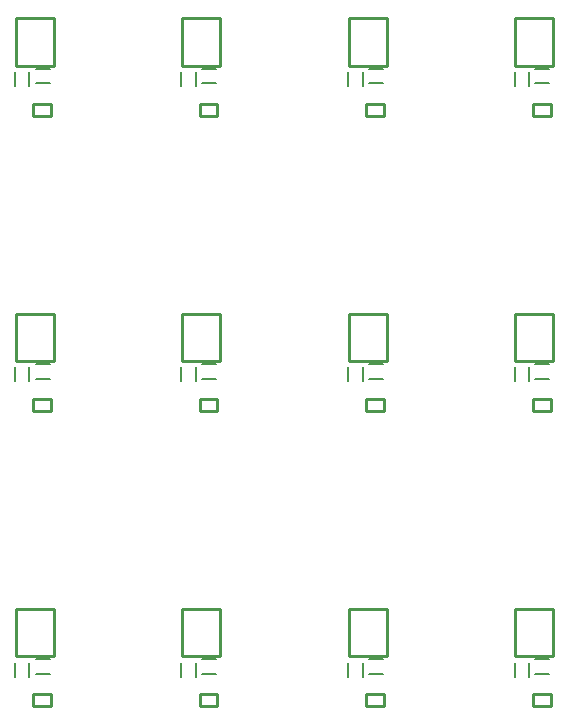
<source format=gbr>
%TF.GenerationSoftware,Altium Limited,Altium Designer,22.0.2 (36)*%
G04 Layer_Color=65535*
%FSLAX26Y26*%
%MOIN*%
%TF.SameCoordinates,7C2B3453-B62B-4687-BB94-77A5B7653B1A*%
%TF.FilePolarity,Positive*%
%TF.FileFunction,Legend,Top*%
%TF.Part,CustomerPanel*%
G01*
G75*
%TA.AperFunction,NonConductor*%
%ADD22C,0.007874*%
%ADD24C,0.010000*%
%ADD25C,0.009842*%
D22*
X-856024Y-1029842D02*
Y-982598D01*
X-905236Y-1029842D02*
Y-982598D01*
X-835846Y-971772D02*
X-788602D01*
X-835846Y-1020984D02*
X-788602D01*
X-300709Y-1029842D02*
Y-982598D01*
X-349921Y-1029842D02*
Y-982598D01*
X-280531Y-971772D02*
X-233287D01*
X-280531Y-1020984D02*
X-233287D01*
X254606Y-1029842D02*
Y-982598D01*
X205394Y-1029842D02*
Y-982598D01*
X274784Y-971772D02*
X322028D01*
X274784Y-1020984D02*
X322028D01*
X809921Y-1029842D02*
Y-982598D01*
X760709Y-1029842D02*
Y-982598D01*
X830099Y-971772D02*
X877343D01*
X830099Y-1020984D02*
X877343D01*
X-856024Y-45590D02*
Y1654D01*
X-905236Y-45590D02*
Y1654D01*
X-835846Y12480D02*
X-788602D01*
X-835846Y-36732D02*
X-788602D01*
X-300709Y-45590D02*
Y1654D01*
X-349921Y-45590D02*
Y1654D01*
X-280531Y12480D02*
X-233287D01*
X-280531Y-36732D02*
X-233287D01*
X254606Y-45590D02*
Y1654D01*
X205394Y-45590D02*
Y1654D01*
X274784Y12480D02*
X322028D01*
X274784Y-36732D02*
X322028D01*
X809921Y-45590D02*
Y1654D01*
X760709Y-45590D02*
Y1654D01*
X830099Y12480D02*
X877343D01*
X830099Y-36732D02*
X877343D01*
X-856024Y938662D02*
Y985906D01*
X-905236Y938662D02*
Y985906D01*
X-835846Y996732D02*
X-788602D01*
X-835846Y947520D02*
X-788602D01*
X-300709Y938662D02*
Y985906D01*
X-349921Y938662D02*
Y985906D01*
X-280531Y996732D02*
X-233287D01*
X-280531Y947520D02*
X-233287D01*
X254606Y938662D02*
Y985906D01*
X205394Y938662D02*
Y985906D01*
X274784Y996732D02*
X322028D01*
X274784Y947520D02*
X322028D01*
X809921Y938662D02*
Y985906D01*
X760709Y938662D02*
Y985906D01*
X830099Y996732D02*
X877343D01*
X830099Y947520D02*
X877343D01*
D24*
X-785157Y-1128268D02*
Y-1088898D01*
X-844213Y-1128268D02*
X-785157D01*
X-844213D02*
Y-1088898D01*
X-785157D01*
X-229842Y-1128268D02*
Y-1088898D01*
X-288898Y-1128268D02*
X-229842D01*
X-288898D02*
Y-1088898D01*
X-229842D01*
X325473Y-1128268D02*
Y-1088898D01*
X266417Y-1128268D02*
X325473D01*
X266417D02*
Y-1088898D01*
X325473D01*
X880788Y-1128268D02*
Y-1088898D01*
X821732Y-1128268D02*
X880788D01*
X821732D02*
Y-1088898D01*
X880788D01*
X-785157Y-144016D02*
Y-104646D01*
X-844213Y-144016D02*
X-785157D01*
X-844213D02*
Y-104646D01*
X-785157D01*
X-229842Y-144016D02*
Y-104646D01*
X-288898Y-144016D02*
X-229842D01*
X-288898D02*
Y-104646D01*
X-229842D01*
X325473Y-144016D02*
Y-104646D01*
X266417Y-144016D02*
X325473D01*
X266417D02*
Y-104646D01*
X325473D01*
X880788Y-144016D02*
Y-104646D01*
X821732Y-144016D02*
X880788D01*
X821732D02*
Y-104646D01*
X880788D01*
X-785157Y840236D02*
Y879606D01*
X-844213Y840236D02*
X-785157D01*
X-844213D02*
Y879606D01*
X-785157D01*
X-229842Y840236D02*
Y879606D01*
X-288898Y840236D02*
X-229842D01*
X-288898D02*
Y879606D01*
X-229842D01*
X325473Y840236D02*
Y879606D01*
X266417Y840236D02*
X325473D01*
X266417D02*
Y879606D01*
X325473D01*
X880788Y840236D02*
Y879606D01*
X821732Y840236D02*
X880788D01*
X821732D02*
Y879606D01*
X880788D01*
D25*
X-902323Y-804173D02*
X-775945D01*
X-902323Y-962047D02*
Y-804173D01*
Y-962047D02*
X-775945D01*
Y-804173D01*
X-347008D02*
X-220630D01*
X-347008Y-962047D02*
Y-804173D01*
Y-962047D02*
X-220630D01*
Y-804173D01*
X208307D02*
X334685D01*
X208307Y-962047D02*
Y-804173D01*
Y-962047D02*
X334685D01*
Y-804173D01*
X763622D02*
X890000D01*
X763622Y-962047D02*
Y-804173D01*
Y-962047D02*
X890000D01*
Y-804173D01*
X-902323Y180079D02*
X-775945D01*
X-902323Y22205D02*
Y180079D01*
Y22205D02*
X-775945D01*
Y180079D01*
X-347008D02*
X-220630D01*
X-347008Y22205D02*
Y180079D01*
Y22205D02*
X-220630D01*
Y180079D01*
X208307D02*
X334685D01*
X208307Y22205D02*
Y180079D01*
Y22205D02*
X334685D01*
Y180079D01*
X763622D02*
X890000D01*
X763622Y22205D02*
Y180079D01*
Y22205D02*
X890000D01*
Y180079D01*
X-902323Y1164331D02*
X-775945D01*
X-902323Y1006457D02*
Y1164331D01*
Y1006457D02*
X-775945D01*
Y1164331D01*
X-347008D02*
X-220630D01*
X-347008Y1006457D02*
Y1164331D01*
Y1006457D02*
X-220630D01*
Y1164331D01*
X208307D02*
X334685D01*
X208307Y1006457D02*
Y1164331D01*
Y1006457D02*
X334685D01*
Y1164331D01*
X763622D02*
X890000D01*
X763622Y1006457D02*
Y1164331D01*
Y1006457D02*
X890000D01*
Y1164331D01*
%TF.MD5,de5c81ee20d332a43b9b0a976c43622d*%
M02*

</source>
